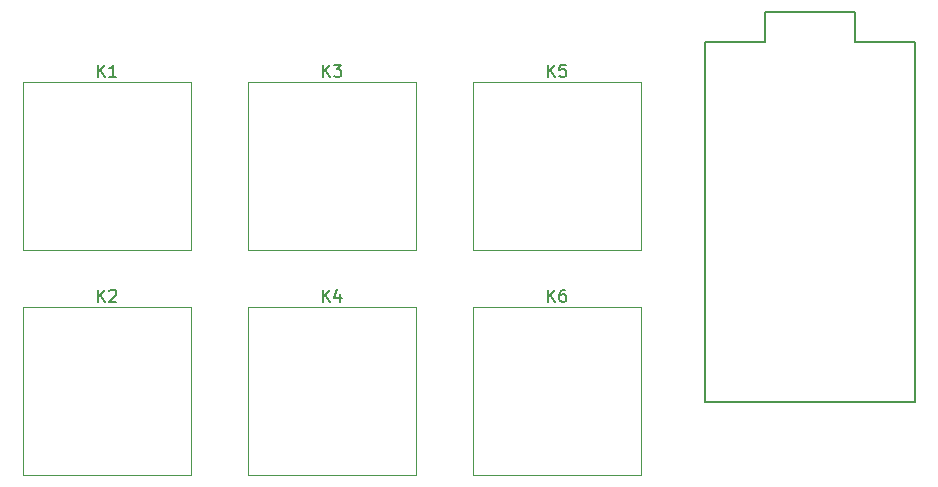
<source format=gbr>
%TF.GenerationSoftware,KiCad,Pcbnew,(6.0.4)*%
%TF.CreationDate,2022-04-16T12:25:48+05:30*%
%TF.ProjectId,another one,616e6f74-6865-4722-906f-6e652e6b6963,rev?*%
%TF.SameCoordinates,Original*%
%TF.FileFunction,Legend,Top*%
%TF.FilePolarity,Positive*%
%FSLAX46Y46*%
G04 Gerber Fmt 4.6, Leading zero omitted, Abs format (unit mm)*
G04 Created by KiCad (PCBNEW (6.0.4)) date 2022-04-16 12:25:48*
%MOMM*%
%LPD*%
G01*
G04 APERTURE LIST*
%ADD10C,0.150000*%
%ADD11C,0.120000*%
G04 APERTURE END LIST*
D10*
%TO.C,K6*%
X244530654Y-40077380D02*
X244530654Y-39077380D01*
X245102083Y-40077380D02*
X244673511Y-39505952D01*
X245102083Y-39077380D02*
X244530654Y-39648809D01*
X245959226Y-39077380D02*
X245768750Y-39077380D01*
X245673511Y-39125000D01*
X245625892Y-39172619D01*
X245530654Y-39315476D01*
X245483035Y-39505952D01*
X245483035Y-39886904D01*
X245530654Y-39982142D01*
X245578273Y-40029761D01*
X245673511Y-40077380D01*
X245863988Y-40077380D01*
X245959226Y-40029761D01*
X246006845Y-39982142D01*
X246054464Y-39886904D01*
X246054464Y-39648809D01*
X246006845Y-39553571D01*
X245959226Y-39505952D01*
X245863988Y-39458333D01*
X245673511Y-39458333D01*
X245578273Y-39505952D01*
X245530654Y-39553571D01*
X245483035Y-39648809D01*
%TO.C,K5*%
X244530654Y-21027380D02*
X244530654Y-20027380D01*
X245102083Y-21027380D02*
X244673511Y-20455952D01*
X245102083Y-20027380D02*
X244530654Y-20598809D01*
X246006845Y-20027380D02*
X245530654Y-20027380D01*
X245483035Y-20503571D01*
X245530654Y-20455952D01*
X245625892Y-20408333D01*
X245863988Y-20408333D01*
X245959226Y-20455952D01*
X246006845Y-20503571D01*
X246054464Y-20598809D01*
X246054464Y-20836904D01*
X246006845Y-20932142D01*
X245959226Y-20979761D01*
X245863988Y-21027380D01*
X245625892Y-21027380D01*
X245530654Y-20979761D01*
X245483035Y-20932142D01*
%TO.C,K4*%
X225480654Y-40077380D02*
X225480654Y-39077380D01*
X226052083Y-40077380D02*
X225623511Y-39505952D01*
X226052083Y-39077380D02*
X225480654Y-39648809D01*
X226909226Y-39410714D02*
X226909226Y-40077380D01*
X226671130Y-39029761D02*
X226433035Y-39744047D01*
X227052083Y-39744047D01*
%TO.C,K3*%
X225480654Y-21027380D02*
X225480654Y-20027380D01*
X226052083Y-21027380D02*
X225623511Y-20455952D01*
X226052083Y-20027380D02*
X225480654Y-20598809D01*
X226385416Y-20027380D02*
X227004464Y-20027380D01*
X226671130Y-20408333D01*
X226813988Y-20408333D01*
X226909226Y-20455952D01*
X226956845Y-20503571D01*
X227004464Y-20598809D01*
X227004464Y-20836904D01*
X226956845Y-20932142D01*
X226909226Y-20979761D01*
X226813988Y-21027380D01*
X226528273Y-21027380D01*
X226433035Y-20979761D01*
X226385416Y-20932142D01*
%TO.C,K2*%
X206430654Y-40077380D02*
X206430654Y-39077380D01*
X207002083Y-40077380D02*
X206573511Y-39505952D01*
X207002083Y-39077380D02*
X206430654Y-39648809D01*
X207383035Y-39172619D02*
X207430654Y-39125000D01*
X207525892Y-39077380D01*
X207763988Y-39077380D01*
X207859226Y-39125000D01*
X207906845Y-39172619D01*
X207954464Y-39267857D01*
X207954464Y-39363095D01*
X207906845Y-39505952D01*
X207335416Y-40077380D01*
X207954464Y-40077380D01*
%TO.C,K1*%
X206430654Y-21027380D02*
X206430654Y-20027380D01*
X207002083Y-21027380D02*
X206573511Y-20455952D01*
X207002083Y-20027380D02*
X206430654Y-20598809D01*
X207954464Y-21027380D02*
X207383035Y-21027380D01*
X207668750Y-21027380D02*
X207668750Y-20027380D01*
X207573511Y-20170238D01*
X207478273Y-20265476D01*
X207383035Y-20313095D01*
%TO.C,U1*%
X257810000Y-18097500D02*
X257810000Y-48577500D01*
X262890000Y-18097500D02*
X257810000Y-18097500D01*
X262890000Y-15557500D02*
X262890000Y-18097500D01*
X270510000Y-15557500D02*
X262890000Y-15557500D01*
X270510000Y-18097500D02*
X270510000Y-15557500D01*
X275590000Y-18097500D02*
X270510000Y-18097500D01*
X275590000Y-48577500D02*
X275590000Y-18097500D01*
X257810000Y-48577500D02*
X275590000Y-48577500D01*
D11*
%TO.C,K6*%
X252368750Y-40525000D02*
X238168750Y-40525000D01*
X252368750Y-54725000D02*
X252368750Y-40525000D01*
X238168750Y-54725000D02*
X252368750Y-54725000D01*
X238168750Y-40525000D02*
X238168750Y-54725000D01*
%TO.C,K5*%
X252368750Y-21475000D02*
X238168750Y-21475000D01*
X252368750Y-35675000D02*
X252368750Y-21475000D01*
X238168750Y-35675000D02*
X252368750Y-35675000D01*
X238168750Y-21475000D02*
X238168750Y-35675000D01*
%TO.C,K4*%
X233318750Y-40525000D02*
X219118750Y-40525000D01*
X233318750Y-54725000D02*
X233318750Y-40525000D01*
X219118750Y-54725000D02*
X233318750Y-54725000D01*
X219118750Y-40525000D02*
X219118750Y-54725000D01*
%TO.C,K3*%
X233318750Y-21475000D02*
X219118750Y-21475000D01*
X233318750Y-35675000D02*
X233318750Y-21475000D01*
X219118750Y-35675000D02*
X233318750Y-35675000D01*
X219118750Y-21475000D02*
X219118750Y-35675000D01*
%TO.C,K2*%
X214268750Y-40525000D02*
X200068750Y-40525000D01*
X214268750Y-54725000D02*
X214268750Y-40525000D01*
X200068750Y-54725000D02*
X214268750Y-54725000D01*
X200068750Y-40525000D02*
X200068750Y-54725000D01*
%TO.C,K1*%
X214268750Y-21475000D02*
X200068750Y-21475000D01*
X214268750Y-35675000D02*
X214268750Y-21475000D01*
X200068750Y-35675000D02*
X214268750Y-35675000D01*
X200068750Y-21475000D02*
X200068750Y-35675000D01*
%TD*%
M02*

</source>
